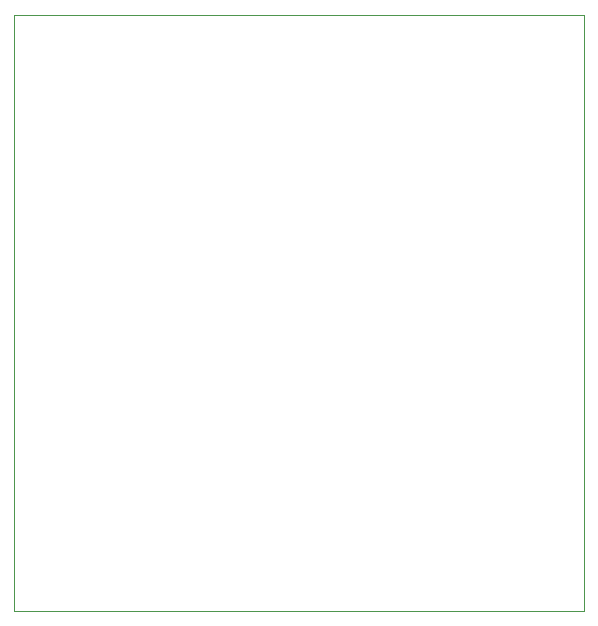
<source format=gko>
G04 EAGLE Gerber RS-274X export*
G75*
%MOMM*%
%FSLAX34Y34*%
%LPD*%
%INBoard Outline*%
%IPPOS*%
%AMOC8*
5,1,8,0,0,1.08239X$1,22.5*%
G01*
%ADD10C,0.000000*%


D10*
X0Y0D02*
X482400Y0D01*
X482400Y504700D01*
X0Y504700D01*
X0Y0D01*
M02*

</source>
